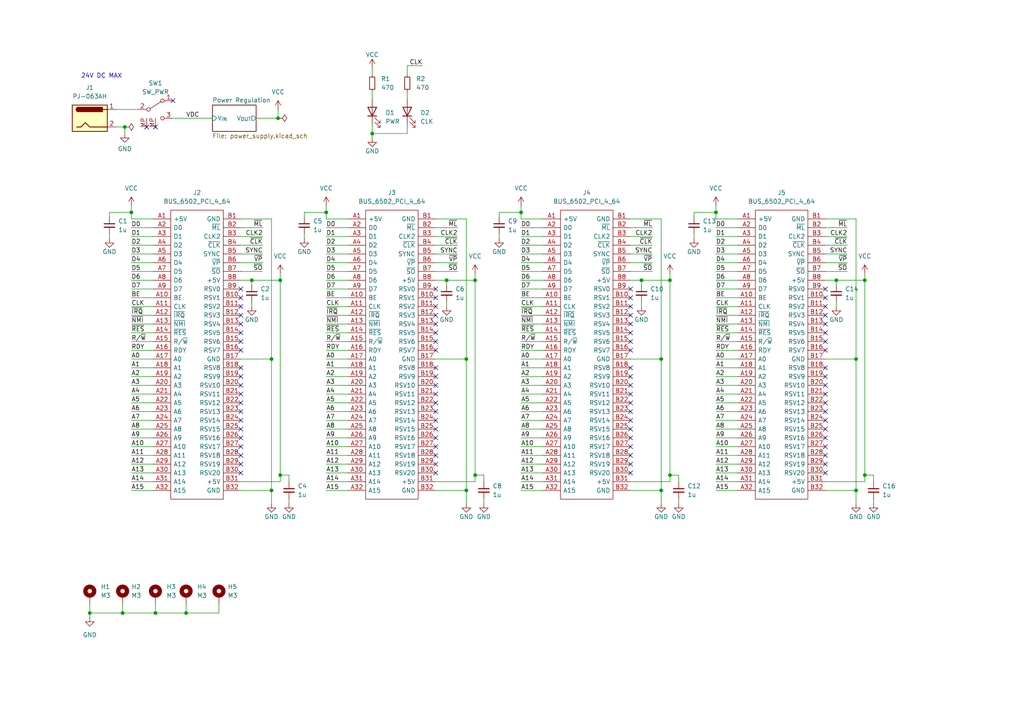
<source format=kicad_sch>
(kicad_sch (version 20211123) (generator eeschema)
  (paper "A4")
  (title_block (title "Eater 6502 - Backplane") (date "2023-02-28") (rev "0") (company "Microcode.io"))
  (lib_symbols
    (symbol "Connector:Jack-DC" (pin_names (offset 1.016))
      (property "Reference" "J" (at 0 5.334 0))
      (property "Value" "Jack-DC" (at 0 -5.08 0))
      (symbol "Jack-DC_1_1"
        (pin passive line (at 7.62 2.54 180) (length 2.54) (name "~") (number "1"))
        (pin passive line (at 7.62 -2.54 180) (length 2.54) (name "~") (number "2"))
      )
    )
    (symbol "Device:C_Small" (pin_numbers hide) (pin_names (offset 0.254) hide)
      (property "Reference" "C" (at 0.254 1.778 0))
      (property "Value" "C_Small" (at 0.254 -2.032 0))
      (symbol "C_Small_1_1"
        (pin passive line (at 0 2.54 270) (length 2.032) (name "~") (number "1"))
        (pin passive line (at 0 -2.54 90) (length 2.032) (name "~") (number "2"))
      )
    )
    (symbol "Device:LED" (pin_numbers hide) (pin_names (offset 1.016) hide)
      (property "Reference" "D" (at 0 2.54 0))
      (property "Value" "LED" (at 0 -2.54 0))
      (symbol "LED_1_1"
        (pin passive line (at -3.81 0 0) (length 2.54) (name "K") (number "1"))
        (pin passive line (at 3.81 0 180) (length 2.54) (name "A") (number "2"))
      )
    )
    (symbol "Device:R_Small" (pin_numbers hide) (pin_names (offset 0.254) hide)
      (property "Reference" "R" (at 0.762 0.508 0))
      (property "Value" "R_Small" (at 0.762 -1.016 0))
      (symbol "R_Small_1_1"
        (pin passive line (at 0 2.54 270) (length 0.762) (name "~") (number "1"))
        (pin passive line (at 0 -2.54 90) (length 0.762) (name "~") (number "2"))
      )
    )
    (symbol "Eater6502_Bus:BUS_6502_PCI_4_64" (pin_names (offset 0.762))
      (property "Reference" "J" (at 21.59 7.62 0))
      (property "Value" "BUS_6502_PCI_4_64" (at 21.59 5.08 0))
      (symbol "BUS_6502_PCI_4_64_0_0"
        (pin power_in line (at 0 0 0) (length 5.08) (name "+5V") (number "A1"))
        (pin bidirectional line (at 0 -22.86 0) (length 5.08) (name "BE") (number "A10"))
        (pin bidirectional line (at 0 -25.4 0) (length 5.08) (name "CLK") (number "A11"))
        (pin bidirectional line (at 0 -27.94 0) (length 5.08) (name "~{IRQ}") (number "A12"))
        (pin bidirectional line (at 0 -30.48 0) (length 5.08) (name "~{NMI}") (number "A13"))
        (pin bidirectional line (at 0 -33.02 0) (length 5.08) (name "~{RES}") (number "A14"))
        (pin bidirectional line (at 0 -35.56 0) (length 5.08) (name "R/~{W}") (number "A15"))
        (pin bidirectional line (at 0 -38.1 0) (length 5.08) (name "RDY") (number "A16"))
        (pin bidirectional line (at 0 -40.64 0) (length 5.08) (name "A0") (number "A17"))
        (pin bidirectional line (at 0 -43.18 0) (length 5.08) (name "A1") (number "A18"))
        (pin bidirectional line (at 0 -45.72 0) (length 5.08) (name "A2") (number "A19"))
        (pin bidirectional line (at 0 -2.54 0) (length 5.08) (name "D0") (number "A2"))
        (pin bidirectional line (at 0 -48.26 0) (length 5.08) (name "A3") (number "A20"))
        (pin bidirectional line (at 0 -50.8 0) (length 5.08) (name "A4") (number "A21"))
        (pin bidirectional line (at 0 -53.34 0) (length 5.08) (name "A5") (number "A22"))
        (pin bidirectional line (at 0 -55.88 0) (length 5.08) (name "A6") (number "A23"))
        (pin bidirectional line (at 0 -58.42 0) (length 5.08) (name "A7") (number "A24"))
        (pin bidirectional line (at 0 -60.96 0) (length 5.08) (name "A8") (number "A25"))
        (pin bidirectional line (at 0 -63.5 0) (length 5.08) (name "A9") (number "A26"))
        (pin bidirectional line (at 0 -66.04 0) (length 5.08) (name "A10") (number "A27"))
        (pin bidirectional line (at 0 -68.58 0) (length 5.08) (name "A11") (number "A28"))
        (pin bidirectional line (at 0 -71.12 0) (length 5.08) (name "A12") (number "A29"))
        (pin bidirectional line (at 0 -5.08 0) (length 5.08) (name "D1") (number "A3"))
        (pin bidirectional line (at 0 -73.66 0) (length 5.08) (name "A13") (number "A30"))
        (pin bidirectional line (at 0 -76.2 0) (length 5.08) (name "A14") (number "A31"))
        (pin bidirectional line (at 0 -78.74 0) (length 5.08) (name "A15") (number "A32"))
        (pin bidirectional line (at 0 -7.62 0) (length 5.08) (name "D2") (number "A4"))
        (pin bidirectional line (at 0 -10.16 0) (length 5.08) (name "D3") (number "A5"))
        (pin bidirectional line (at 0 -12.7 0) (length 5.08) (name "D4") (number "A6"))
        (pin bidirectional line (at 0 -15.24 0) (length 5.08) (name "D5") (number "A7"))
        (pin bidirectional line (at 0 -17.78 0) (length 5.08) (name "D6") (number "A8"))
        (pin bidirectional line (at 0 -20.32 0) (length 5.08) (name "D7") (number "A9"))
        (pin power_in line (at 25.4 0 180) (length 5.08) (name "GND") (number "B1"))
        (pin passive line (at 25.4 -22.86 180) (length 5.08) (name "RSV1") (number "B10"))
        (pin passive line (at 25.4 -25.4 180) (length 5.08) (name "RSV2") (number "B11"))
        (pin passive line (at 25.4 -27.94 180) (length 5.08) (name "RSV3") (number "B12"))
        (pin passive line (at 25.4 -30.48 180) (length 5.08) (name "RSV4") (number "B13"))
        (pin passive line (at 25.4 -33.02 180) (length 5.08) (name "RSV5") (number "B14"))
        (pin passive line (at 25.4 -35.56 180) (length 5.08) (name "RSV6") (number "B15"))
        (pin passive line (at 25.4 -38.1 180) (length 5.08) (name "RSV7") (number "B16"))
        (pin power_in line (at 25.4 -40.64 180) (length 5.08) (name "GND") (number "B17"))
        (pin passive line (at 25.4 -43.18 180) (length 5.08) (name "RSV8") (number "B18"))
        (pin passive line (at 25.4 -45.72 180) (length 5.08) (name "RSV9") (number "B19"))
        (pin bidirectional line (at 25.4 -2.54 180) (length 5.08) (name "~{ML}") (number "B2"))
        (pin passive line (at 25.4 -48.26 180) (length 5.08) (name "RSV10") (number "B20"))
        (pin passive line (at 25.4 -50.8 180) (length 5.08) (name "RSV11") (number "B21"))
        (pin passive line (at 25.4 -53.34 180) (length 5.08) (name "RSV12") (number "B22"))
        (pin passive line (at 25.4 -55.88 180) (length 5.08) (name "RSV13") (number "B23"))
        (pin passive line (at 25.4 -58.42 180) (length 5.08) (name "RSV14") (number "B24"))
        (pin passive line (at 25.4 -60.96 180) (length 5.08) (name "RSV15") (number "B25"))
        (pin passive line (at 25.4 -63.5 180) (length 5.08) (name "RSV16") (number "B26"))
        (pin passive line (at 25.4 -66.04 180) (length 5.08) (name "RSV17") (number "B27"))
        (pin passive line (at 25.4 -68.58 180) (length 5.08) (name "RSV18") (number "B28"))
        (pin passive line (at 25.4 -71.12 180) (length 5.08) (name "RSV19") (number "B29"))
        (pin bidirectional line (at 25.4 -5.08 180) (length 5.08) (name "CLK2") (number "B3"))
        (pin passive line (at 25.4 -73.66 180) (length 5.08) (name "RSV20") (number "B30"))
        (pin power_in line (at 25.4 -76.2 180) (length 5.08) (name "+5V") (number "B31"))
        (pin power_in line (at 25.4 -78.74 180) (length 5.08) (name "GND") (number "B32"))
        (pin bidirectional line (at 25.4 -7.62 180) (length 5.08) (name "~{CLK}") (number "B4"))
        (pin bidirectional line (at 25.4 -10.16 180) (length 5.08) (name "SYNC") (number "B5"))
        (pin bidirectional line (at 25.4 -12.7 180) (length 5.08) (name "~{VP}") (number "B6"))
        (pin bidirectional line (at 25.4 -15.24 180) (length 5.08) (name "~{SO}") (number "B7"))
        (pin power_in line (at 25.4 -17.78 180) (length 5.08) (name "+5V") (number "B8"))
        (pin passive line (at 25.4 -20.32 180) (length 5.08) (name "RSV0") (number "B9"))
      )
    )
    (symbol "Mechanical:MountingHole_Pad" (pin_numbers hide) (pin_names (offset 1.016) hide)
      (property "Reference" "H" (at 0 6.35 0))
      (property "Value" "MountingHole_Pad" (at 0 4.445 0))
      (symbol "MountingHole_Pad_1_1"
        (pin input line (at 0 -2.54 90) (length 2.54) (name "1") (number "1"))
      )
    )
    (symbol "Switch:SW_SPDT" (pin_names (offset 0) hide)
      (property "Reference" "SW1" (at 0 7.62 0))
      (property "Value" "SW_PWR" (at 0 5.08 0))
      (symbol "SW_SPDT_0_0"
        (pin no_connect line (at -2.54 -5.08 90) (length 2.54) (name "MP") (number "MP"))
        (pin no_connect line (at 0 -5.08 90) (length 2.54) (name "MP") (number "MP"))
      )
      (symbol "SW_SPDT_1_1"
        (pin passive line (at 5.08 2.54 180) (length 2.54) (name "A") (number "1"))
        (pin passive line (at -5.08 0 0) (length 2.54) (name "B") (number "2"))
        (pin passive line (at 5.08 -2.54 180) (length 2.54) (name "C") (number "3"))
      )
    )
    (symbol "power:GND" (power) (pin_names (offset 0))
      (property "Value" "GND" (at 0 -3.81 0))
      (symbol "GND_1_1"
        (pin power_in line (at 0 0 270) (length 0) hide (name "GND") (number "1"))
      )
    )
    (symbol "power:PWR_FLAG" (power) (pin_numbers hide) (pin_names (offset 0) hide)
      (property "Value" "PWR_FLAG" (at 0 3.81 0))
      (symbol "PWR_FLAG_0_0"
        (pin power_out line (at 0 0 90) (length 0) (name "pwr") (number "1"))
      )
    )
    (symbol "power:VCC" (power) (pin_names (offset 0))
      (property "Value" "VCC" (at 0 3.81 0))
      (symbol "VCC_1_1"
        (pin power_in line (at 0 0 90) (length 0) hide (name "VCC") (number "1"))
      )
    )
  )
  (junction (at 107.95 38.735))
  (junction (at 194.31 81.28))
  (junction (at 26.035 177.8))
  (junction (at 135.255 142.24))
  (junction (at 35.56 177.8))
  (junction (at 207.645 61.595))
  (junction (at 80.645 34.29))
  (junction (at 191.77 104.14))
  (junction (at 191.77 142.24))
  (junction (at 250.825 137.795))
  (junction (at 81.28 81.28))
  (junction (at 38.1 61.595))
  (junction (at 36.195 36.83))
  (junction (at 53.975 177.8))
  (junction (at 248.285 104.14))
  (junction (at 151.13 61.595))
  (junction (at 73.025 81.28))
  (junction (at 137.795 81.28))
  (junction (at 81.28 137.795))
  (junction (at 186.055 81.28))
  (junction (at 78.74 142.24))
  (junction (at 129.54 81.28))
  (junction (at 94.615 61.595))
  (junction (at 78.74 104.14))
  (junction (at 194.31 137.795))
  (junction (at 250.825 81.28))
  (junction (at 248.285 142.24))
  (junction (at 242.57 81.28))
  (junction (at 45.085 177.8))
  (junction (at 135.255 104.14))
  (junction (at 137.795 137.795))
  (no_connect (at 126.365 99.06))
  (no_connect (at 239.395 114.3))
  (no_connect (at 69.85 111.76))
  (no_connect (at 239.395 88.9))
  (no_connect (at 182.88 116.84))
  (no_connect (at 126.365 88.9))
  (no_connect (at 69.85 116.84))
  (no_connect (at 239.395 127))
  (no_connect (at 239.395 134.62))
  (no_connect (at 239.395 116.84))
  (no_connect (at 69.85 109.22))
  (no_connect (at 126.365 111.76))
  (no_connect (at 126.365 137.16))
  (no_connect (at 69.85 101.6))
  (no_connect (at 50.165 29.21))
  (no_connect (at 182.88 127))
  (no_connect (at 182.88 101.6))
  (no_connect (at 239.395 91.44))
  (no_connect (at 69.85 129.54))
  (no_connect (at 126.365 134.62))
  (no_connect (at 126.365 121.92))
  (no_connect (at 69.85 86.36))
  (no_connect (at 239.395 137.16))
  (no_connect (at 182.88 134.62))
  (no_connect (at 182.88 99.06))
  (no_connect (at 239.395 109.22))
  (no_connect (at 126.365 93.98))
  (no_connect (at 69.85 124.46))
  (no_connect (at 126.365 109.22))
  (no_connect (at 239.395 106.68))
  (no_connect (at 182.88 106.68))
  (no_connect (at 126.365 106.68))
  (no_connect (at 182.88 119.38))
  (no_connect (at 182.88 129.54))
  (no_connect (at 126.365 114.3))
  (no_connect (at 69.85 93.98))
  (no_connect (at 239.395 83.82))
  (no_connect (at 182.88 91.44))
  (no_connect (at 126.365 86.36))
  (no_connect (at 126.365 132.08))
  (no_connect (at 239.395 111.76))
  (no_connect (at 239.395 93.98))
  (no_connect (at 182.88 132.08))
  (no_connect (at 126.365 127))
  (no_connect (at 69.85 99.06))
  (no_connect (at 69.85 88.9))
  (no_connect (at 69.85 134.62))
  (no_connect (at 69.85 106.68))
  (no_connect (at 69.85 114.3))
  (no_connect (at 182.88 96.52))
  (no_connect (at 182.88 109.22))
  (no_connect (at 239.395 119.38))
  (no_connect (at 126.365 83.82))
  (no_connect (at 69.85 127))
  (no_connect (at 126.365 91.44))
  (no_connect (at 182.88 124.46))
  (no_connect (at 239.395 86.36))
  (no_connect (at 182.88 88.9))
  (no_connect (at 239.395 99.06))
  (no_connect (at 239.395 124.46))
  (no_connect (at 69.85 91.44))
  (no_connect (at 182.88 93.98))
  (no_connect (at 182.88 137.16))
  (no_connect (at 239.395 132.08))
  (no_connect (at 182.88 86.36))
  (no_connect (at 45.085 36.83))
  (no_connect (at 69.85 83.82))
  (no_connect (at 182.88 114.3))
  (no_connect (at 69.85 121.92))
  (no_connect (at 126.365 124.46))
  (no_connect (at 69.85 137.16))
  (no_connect (at 239.395 101.6))
  (no_connect (at 126.365 129.54))
  (no_connect (at 69.85 132.08))
  (no_connect (at 182.88 121.92))
  (no_connect (at 42.545 36.83))
  (no_connect (at 126.365 116.84))
  (no_connect (at 239.395 96.52))
  (no_connect (at 126.365 96.52))
  (no_connect (at 126.365 101.6))
  (no_connect (at 239.395 121.92))
  (no_connect (at 182.88 83.82))
  (no_connect (at 182.88 111.76))
  (no_connect (at 69.85 96.52))
  (no_connect (at 69.85 119.38))
  (no_connect (at 239.395 129.54))
  (no_connect (at 126.365 119.38))
  (wire (pts (xy 35.56 177.8) (xy 26.035 177.8)))
  (wire (pts (xy 94.615 93.98) (xy 100.965 93.98)))
  (wire (pts (xy 38.1 119.38) (xy 44.45 119.38)))
  (wire (pts (xy 207.645 99.06) (xy 213.995 99.06)))
  (wire (pts (xy 81.28 81.28) (xy 81.28 137.795)))
  (wire (pts (xy 135.255 142.24) (xy 135.255 146.05)))
  (wire (pts (xy 207.645 88.9) (xy 213.995 88.9)))
  (wire (pts (xy 151.13 124.46) (xy 157.48 124.46)))
  (wire (pts (xy 242.57 81.28) (xy 250.825 81.28)))
  (wire (pts (xy 151.13 109.22) (xy 157.48 109.22)))
  (wire (pts (xy 38.1 134.62) (xy 44.45 134.62)))
  (wire (pts (xy 239.395 71.12) (xy 245.745 71.12)))
  (wire (pts (xy 186.055 81.28) (xy 186.055 82.55)))
  (wire (pts (xy 38.1 76.2) (xy 44.45 76.2)))
  (wire (pts (xy 126.365 81.28) (xy 129.54 81.28)))
  (wire (pts (xy 69.85 68.58) (xy 76.2 68.58)))
  (wire (pts (xy 182.88 73.66) (xy 189.23 73.66)))
  (wire (pts (xy 69.85 78.74) (xy 76.2 78.74)))
  (wire (pts (xy 38.1 96.52) (xy 44.45 96.52)))
  (wire (pts (xy 63.5 175.26) (xy 63.5 177.8)))
  (wire (pts (xy 239.395 81.28) (xy 242.57 81.28)))
  (wire (pts (xy 38.1 81.28) (xy 44.45 81.28)))
  (wire (pts (xy 31.75 62.865) (xy 31.75 61.595)))
  (wire (pts (xy 201.295 67.945) (xy 201.295 69.215)))
  (wire (pts (xy 151.13 59.69) (xy 151.13 61.595)))
  (wire (pts (xy 144.78 61.595) (xy 151.13 61.595)))
  (wire (pts (xy 94.615 142.24) (xy 100.965 142.24)))
  (wire (pts (xy 207.645 68.58) (xy 213.995 68.58)))
  (wire (pts (xy 151.13 99.06) (xy 157.48 99.06)))
  (wire (pts (xy 207.645 61.595) (xy 207.645 63.5)))
  (wire (pts (xy 38.1 114.3) (xy 44.45 114.3)))
  (wire (pts (xy 151.13 63.5) (xy 157.48 63.5)))
  (wire (pts (xy 38.1 142.24) (xy 44.45 142.24)))
  (wire (pts (xy 38.1 83.82) (xy 44.45 83.82)))
  (wire (pts (xy 126.365 139.7) (xy 137.795 139.7)))
  (wire (pts (xy 94.615 78.74) (xy 100.965 78.74)))
  (wire (pts (xy 248.285 142.24) (xy 248.285 146.05)))
  (wire (pts (xy 73.025 87.63) (xy 73.025 88.9)))
  (wire (pts (xy 151.13 111.76) (xy 157.48 111.76)))
  (wire (pts (xy 94.615 129.54) (xy 100.965 129.54)))
  (wire (pts (xy 144.78 62.865) (xy 144.78 61.595)))
  (wire (pts (xy 242.57 81.28) (xy 242.57 82.55)))
  (wire (pts (xy 207.645 109.22) (xy 213.995 109.22)))
  (wire (pts (xy 69.85 66.04) (xy 76.2 66.04)))
  (wire (pts (xy 126.365 104.14) (xy 135.255 104.14)))
  (wire (pts (xy 182.88 81.28) (xy 186.055 81.28)))
  (wire (pts (xy 107.95 26.67) (xy 107.95 28.575)))
  (wire (pts (xy 140.335 137.795) (xy 137.795 137.795)))
  (wire (pts (xy 151.13 61.595) (xy 151.13 63.5)))
  (wire (pts (xy 182.88 142.24) (xy 191.77 142.24)))
  (wire (pts (xy 45.085 175.26) (xy 45.085 177.8)))
  (wire (pts (xy 69.85 81.28) (xy 73.025 81.28)))
  (wire (pts (xy 94.615 91.44) (xy 100.965 91.44)))
  (wire (pts (xy 182.88 78.74) (xy 189.23 78.74)))
  (wire (pts (xy 207.645 73.66) (xy 213.995 73.66)))
  (wire (pts (xy 38.1 78.74) (xy 44.45 78.74)))
  (wire (pts (xy 83.82 137.795) (xy 81.28 137.795)))
  (wire (pts (xy 239.395 66.04) (xy 245.745 66.04)))
  (wire (pts (xy 207.645 114.3) (xy 213.995 114.3)))
  (wire (pts (xy 73.025 81.28) (xy 73.025 82.55)))
  (wire (pts (xy 129.54 87.63) (xy 129.54 88.9)))
  (wire (pts (xy 151.13 104.14) (xy 157.48 104.14)))
  (wire (pts (xy 151.13 66.04) (xy 157.48 66.04)))
  (wire (pts (xy 207.645 137.16) (xy 213.995 137.16)))
  (wire (pts (xy 126.365 78.74) (xy 132.715 78.74)))
  (wire (pts (xy 253.365 137.795) (xy 250.825 137.795)))
  (wire (pts (xy 126.365 71.12) (xy 132.715 71.12)))
  (wire (pts (xy 239.395 73.66) (xy 245.745 73.66)))
  (wire (pts (xy 94.615 73.66) (xy 100.965 73.66)))
  (wire (pts (xy 45.085 177.8) (xy 35.56 177.8)))
  (wire (pts (xy 151.13 101.6) (xy 157.48 101.6)))
  (wire (pts (xy 81.28 137.795) (xy 81.28 139.7)))
  (wire (pts (xy 129.54 81.28) (xy 129.54 82.55)))
  (wire (pts (xy 38.1 104.14) (xy 44.45 104.14)))
  (wire (pts (xy 207.645 121.92) (xy 213.995 121.92)))
  (wire (pts (xy 83.82 144.78) (xy 83.82 146.05)))
  (wire (pts (xy 69.85 63.5) (xy 78.74 63.5)))
  (wire (pts (xy 126.365 68.58) (xy 132.715 68.58)))
  (wire (pts (xy 94.615 88.9) (xy 100.965 88.9)))
  (wire (pts (xy 207.645 106.68) (xy 213.995 106.68)))
  (wire (pts (xy 144.78 67.945) (xy 144.78 69.215)))
  (wire (pts (xy 196.85 137.795) (xy 194.31 137.795)))
  (wire (pts (xy 88.265 67.945) (xy 88.265 69.215)))
  (wire (pts (xy 38.1 127) (xy 44.45 127)))
  (wire (pts (xy 151.13 119.38) (xy 157.48 119.38)))
  (wire (pts (xy 194.31 137.795) (xy 194.31 139.7)))
  (wire (pts (xy 38.1 68.58) (xy 44.45 68.58)))
  (wire (pts (xy 207.645 93.98) (xy 213.995 93.98)))
  (wire (pts (xy 151.13 127) (xy 157.48 127)))
  (wire (pts (xy 126.365 73.66) (xy 132.715 73.66)))
  (wire (pts (xy 129.54 81.28) (xy 137.795 81.28)))
  (wire (pts (xy 38.1 109.22) (xy 44.45 109.22)))
  (wire (pts (xy 38.1 116.84) (xy 44.45 116.84)))
  (wire (pts (xy 248.285 63.5) (xy 248.285 104.14)))
  (wire (pts (xy 207.645 86.36) (xy 213.995 86.36)))
  (wire (pts (xy 94.615 68.58) (xy 100.965 68.58)))
  (wire (pts (xy 151.13 76.2) (xy 157.48 76.2)))
  (wire (pts (xy 186.055 81.28) (xy 194.31 81.28)))
  (wire (pts (xy 38.1 59.69) (xy 38.1 61.595)))
  (wire (pts (xy 35.56 175.26) (xy 35.56 177.8)))
  (wire (pts (xy 207.645 63.5) (xy 213.995 63.5)))
  (wire (pts (xy 151.13 71.12) (xy 157.48 71.12)))
  (wire (pts (xy 94.615 116.84) (xy 100.965 116.84)))
  (wire (pts (xy 94.615 139.7) (xy 100.965 139.7)))
  (wire (pts (xy 33.655 31.75) (xy 40.005 31.75)))
  (wire (pts (xy 94.615 104.14) (xy 100.965 104.14)))
  (wire (pts (xy 151.13 129.54) (xy 157.48 129.54)))
  (wire (pts (xy 207.645 134.62) (xy 213.995 134.62)))
  (wire (pts (xy 207.645 127) (xy 213.995 127)))
  (wire (pts (xy 31.75 67.945) (xy 31.75 69.215)))
  (wire (pts (xy 94.615 134.62) (xy 100.965 134.62)))
  (wire (pts (xy 53.975 175.26) (xy 53.975 177.8)))
  (wire (pts (xy 191.77 63.5) (xy 191.77 104.14)))
  (wire (pts (xy 207.645 78.74) (xy 213.995 78.74)))
  (wire (pts (xy 126.365 63.5) (xy 135.255 63.5)))
  (wire (pts (xy 182.88 139.7) (xy 194.31 139.7)))
  (wire (pts (xy 151.13 96.52) (xy 157.48 96.52)))
  (wire (pts (xy 118.11 19.05) (xy 122.555 19.05)))
  (wire (pts (xy 94.615 59.69) (xy 94.615 61.595)))
  (wire (pts (xy 38.1 61.595) (xy 38.1 63.5)))
  (wire (pts (xy 248.285 104.14) (xy 248.285 142.24)))
  (wire (pts (xy 94.615 106.68) (xy 100.965 106.68)))
  (wire (pts (xy 194.31 79.375) (xy 194.31 81.28)))
  (wire (pts (xy 207.645 111.76) (xy 213.995 111.76)))
  (wire (pts (xy 201.295 61.595) (xy 207.645 61.595)))
  (wire (pts (xy 94.615 114.3) (xy 100.965 114.3)))
  (wire (pts (xy 151.13 116.84) (xy 157.48 116.84)))
  (wire (pts (xy 94.615 96.52) (xy 100.965 96.52)))
  (wire (pts (xy 94.615 83.82) (xy 100.965 83.82)))
  (wire (pts (xy 151.13 88.9) (xy 157.48 88.9)))
  (wire (pts (xy 38.1 111.76) (xy 44.45 111.76)))
  (wire (pts (xy 151.13 142.24) (xy 157.48 142.24)))
  (wire (pts (xy 250.825 81.28) (xy 250.825 137.795)))
  (wire (pts (xy 53.975 177.8) (xy 45.085 177.8)))
  (wire (pts (xy 207.645 101.6) (xy 213.995 101.6)))
  (wire (pts (xy 239.395 142.24) (xy 248.285 142.24)))
  (wire (pts (xy 250.825 137.795) (xy 250.825 139.7)))
  (wire (pts (xy 94.615 81.28) (xy 100.965 81.28)))
  (wire (pts (xy 107.95 19.685) (xy 107.95 21.59)))
  (wire (pts (xy 69.85 71.12) (xy 76.2 71.12)))
  (wire (pts (xy 207.645 59.69) (xy 207.645 61.595)))
  (wire (pts (xy 94.615 137.16) (xy 100.965 137.16)))
  (wire (pts (xy 151.13 83.82) (xy 157.48 83.82)))
  (wire (pts (xy 151.13 132.08) (xy 157.48 132.08)))
  (wire (pts (xy 80.645 34.29) (xy 80.645 31.75)))
  (wire (pts (xy 78.74 63.5) (xy 78.74 104.14)))
  (wire (pts (xy 126.365 66.04) (xy 132.715 66.04)))
  (wire (pts (xy 118.11 38.735) (xy 107.95 38.735)))
  (wire (pts (xy 140.335 139.7) (xy 140.335 137.795)))
  (wire (pts (xy 94.615 119.38) (xy 100.965 119.38)))
  (wire (pts (xy 38.1 93.98) (xy 44.45 93.98)))
  (wire (pts (xy 207.645 71.12) (xy 213.995 71.12)))
  (wire (pts (xy 207.645 142.24) (xy 213.995 142.24)))
  (wire (pts (xy 26.035 177.8) (xy 26.035 179.07)))
  (wire (pts (xy 69.85 73.66) (xy 76.2 73.66)))
  (wire (pts (xy 151.13 91.44) (xy 157.48 91.44)))
  (wire (pts (xy 126.365 76.2) (xy 132.715 76.2)))
  (wire (pts (xy 182.88 68.58) (xy 189.23 68.58)))
  (wire (pts (xy 38.1 137.16) (xy 44.45 137.16)))
  (wire (pts (xy 94.615 101.6) (xy 100.965 101.6)))
  (wire (pts (xy 151.13 114.3) (xy 157.48 114.3)))
  (wire (pts (xy 207.645 124.46) (xy 213.995 124.46)))
  (wire (pts (xy 94.615 124.46) (xy 100.965 124.46)))
  (wire (pts (xy 207.645 66.04) (xy 213.995 66.04)))
  (wire (pts (xy 38.1 124.46) (xy 44.45 124.46)))
  (wire (pts (xy 239.395 104.14) (xy 248.285 104.14)))
  (wire (pts (xy 207.645 83.82) (xy 213.995 83.82)))
  (wire (pts (xy 74.295 34.29) (xy 80.645 34.29)))
  (wire (pts (xy 201.295 62.865) (xy 201.295 61.595)))
  (wire (pts (xy 33.655 36.83) (xy 36.195 36.83)))
  (wire (pts (xy 88.265 61.595) (xy 94.615 61.595)))
  (wire (pts (xy 207.645 119.38) (xy 213.995 119.38)))
  (wire (pts (xy 151.13 68.58) (xy 157.48 68.58)))
  (wire (pts (xy 118.11 21.59) (xy 118.11 19.05)))
  (wire (pts (xy 151.13 93.98) (xy 157.48 93.98)))
  (wire (pts (xy 137.795 137.795) (xy 137.795 139.7)))
  (wire (pts (xy 38.1 71.12) (xy 44.45 71.12)))
  (wire (pts (xy 151.13 73.66) (xy 157.48 73.66)))
  (wire (pts (xy 239.395 78.74) (xy 245.745 78.74)))
  (wire (pts (xy 253.365 144.78) (xy 253.365 146.05)))
  (wire (pts (xy 94.615 71.12) (xy 100.965 71.12)))
  (wire (pts (xy 94.615 109.22) (xy 100.965 109.22)))
  (wire (pts (xy 81.28 79.375) (xy 81.28 81.28)))
  (wire (pts (xy 242.57 87.63) (xy 242.57 88.9)))
  (wire (pts (xy 191.77 104.14) (xy 191.77 142.24)))
  (wire (pts (xy 78.74 104.14) (xy 78.74 142.24)))
  (wire (pts (xy 94.615 111.76) (xy 100.965 111.76)))
  (wire (pts (xy 135.255 63.5) (xy 135.255 104.14)))
  (wire (pts (xy 69.85 139.7) (xy 81.28 139.7)))
  (wire (pts (xy 151.13 106.68) (xy 157.48 106.68)))
  (wire (pts (xy 137.795 79.375) (xy 137.795 81.28)))
  (wire (pts (xy 191.77 142.24) (xy 191.77 146.05)))
  (wire (pts (xy 239.395 68.58) (xy 245.745 68.58)))
  (wire (pts (xy 31.75 61.595) (xy 38.1 61.595)))
  (wire (pts (xy 38.1 121.92) (xy 44.45 121.92)))
  (wire (pts (xy 94.615 66.04) (xy 100.965 66.04)))
  (wire (pts (xy 207.645 129.54) (xy 213.995 129.54)))
  (wire (pts (xy 118.11 36.195) (xy 118.11 38.735)))
  (wire (pts (xy 94.615 99.06) (xy 100.965 99.06)))
  (wire (pts (xy 107.95 38.735) (xy 107.95 40.005)))
  (wire (pts (xy 94.615 61.595) (xy 94.615 63.5)))
  (wire (pts (xy 38.1 91.44) (xy 44.45 91.44)))
  (wire (pts (xy 38.1 66.04) (xy 44.45 66.04)))
  (wire (pts (xy 182.88 76.2) (xy 189.23 76.2)))
  (wire (pts (xy 94.615 127) (xy 100.965 127)))
  (wire (pts (xy 151.13 139.7) (xy 157.48 139.7)))
  (wire (pts (xy 207.645 91.44) (xy 213.995 91.44)))
  (wire (pts (xy 63.5 177.8) (xy 53.975 177.8)))
  (wire (pts (xy 239.395 76.2) (xy 245.745 76.2)))
  (wire (pts (xy 151.13 81.28) (xy 157.48 81.28)))
  (wire (pts (xy 207.645 116.84) (xy 213.995 116.84)))
  (wire (pts (xy 207.645 81.28) (xy 213.995 81.28)))
  (wire (pts (xy 182.88 66.04) (xy 189.23 66.04)))
  (wire (pts (xy 140.335 144.78) (xy 140.335 146.05)))
  (wire (pts (xy 38.1 132.08) (xy 44.45 132.08)))
  (wire (pts (xy 88.265 62.865) (xy 88.265 61.595)))
  (wire (pts (xy 94.615 63.5) (xy 100.965 63.5)))
  (wire (pts (xy 118.11 26.67) (xy 118.11 28.575)))
  (wire (pts (xy 137.795 81.28) (xy 137.795 137.795)))
  (wire (pts (xy 135.255 104.14) (xy 135.255 142.24)))
  (wire (pts (xy 38.1 139.7) (xy 44.45 139.7)))
  (wire (pts (xy 151.13 86.36) (xy 157.48 86.36)))
  (wire (pts (xy 196.85 139.7) (xy 196.85 137.795)))
  (wire (pts (xy 38.1 106.68) (xy 44.45 106.68)))
  (wire (pts (xy 94.615 121.92) (xy 100.965 121.92)))
  (wire (pts (xy 69.85 142.24) (xy 78.74 142.24)))
  (wire (pts (xy 253.365 139.7) (xy 253.365 137.795)))
  (wire (pts (xy 126.365 142.24) (xy 135.255 142.24)))
  (wire (pts (xy 207.645 104.14) (xy 213.995 104.14)))
  (wire (pts (xy 239.395 63.5) (xy 248.285 63.5)))
  (wire (pts (xy 182.88 71.12) (xy 189.23 71.12)))
  (wire (pts (xy 69.85 76.2) (xy 76.2 76.2)))
  (wire (pts (xy 38.1 73.66) (xy 44.45 73.66)))
  (wire (pts (xy 38.1 101.6) (xy 44.45 101.6)))
  (wire (pts (xy 69.85 104.14) (xy 78.74 104.14)))
  (wire (pts (xy 151.13 137.16) (xy 157.48 137.16)))
  (wire (pts (xy 38.1 86.36) (xy 44.45 86.36)))
  (wire (pts (xy 36.195 36.83) (xy 36.195 38.735)))
  (wire (pts (xy 50.165 34.29) (xy 61.595 34.29)))
  (wire (pts (xy 38.1 88.9) (xy 44.45 88.9)))
  (wire (pts (xy 94.615 132.08) (xy 100.965 132.08)))
  (wire (pts (xy 186.055 87.63) (xy 186.055 88.9)))
  (wire (pts (xy 196.85 144.78) (xy 196.85 146.05)))
  (wire (pts (xy 182.88 104.14) (xy 191.77 104.14)))
  (wire (pts (xy 38.1 129.54) (xy 44.45 129.54)))
  (wire (pts (xy 194.31 81.28) (xy 194.31 137.795)))
  (wire (pts (xy 151.13 134.62) (xy 157.48 134.62)))
  (wire (pts (xy 239.395 139.7) (xy 250.825 139.7)))
  (wire (pts (xy 207.645 132.08) (xy 213.995 132.08)))
  (wire (pts (xy 78.74 142.24) (xy 78.74 146.05)))
  (wire (pts (xy 207.645 76.2) (xy 213.995 76.2)))
  (wire (pts (xy 182.88 63.5) (xy 191.77 63.5)))
  (wire (pts (xy 107.95 36.195) (xy 107.95 38.735)))
  (wire (pts (xy 94.615 76.2) (xy 100.965 76.2)))
  (wire (pts (xy 151.13 121.92) (xy 157.48 121.92)))
  (wire (pts (xy 151.13 78.74) (xy 157.48 78.74)))
  (wire (pts (xy 73.025 81.28) (xy 81.28 81.28)))
  (wire (pts (xy 250.825 79.375) (xy 250.825 81.28)))
  (wire (pts (xy 207.645 139.7) (xy 213.995 139.7)))
  (wire (pts (xy 207.645 96.52) (xy 213.995 96.52)))
  (wire (pts (xy 26.035 175.26) (xy 26.035 177.8)))
  (wire (pts (xy 94.615 86.36) (xy 100.965 86.36)))
  (wire (pts (xy 83.82 139.7) (xy 83.82 137.795)))
  (wire (pts (xy 38.1 63.5) (xy 44.45 63.5)))
  (wire (pts (xy 38.1 99.06) (xy 44.45 99.06)))
  (text "24V DC MAX" (at 23.495 22.86 0) (effects (font (size 1.27 1.27)) (justify left bottom)))
  (label "R{slash}~{W}" (at 151.13 99.06 0))
  (label "A12" (at 207.645 134.62 0))
  (label "~{SO}" (at 189.23 78.74 180))
  (label "A4" (at 94.615 114.3 0))
  (label "A13" (at 151.13 137.16 0))
  (label "D5" (at 94.615 78.74 0))
  (label "A3" (at 94.615 111.76 0))
  (label "A7" (at 94.615 121.92 0))
  (label "A5" (at 38.1 116.84 0))
  (label "A2" (at 151.13 109.22 0))
  (label "CLK" (at 151.13 88.9 0))
  (label "D7" (at 38.1 83.82 0))
  (label "A10" (at 38.1 129.54 0))
  (label "A7" (at 207.645 121.92 0))
  (label "A13" (at 94.615 137.16 0))
  (label "A0" (at 38.1 104.14 0))
  (label "CLK2" (at 76.2 68.58 180))
  (label "A8" (at 151.13 124.46 0))
  (label "R{slash}~{W}" (at 94.615 99.06 0))
  (label "~{CLK}" (at 132.715 71.12 180))
  (label "~{RES}" (at 207.645 96.52 0))
  (label "A10" (at 207.645 129.54 0))
  (label "A3" (at 207.645 111.76 0))
  (label "~{SO}" (at 245.745 78.74 180))
  (label "D3" (at 38.1 73.66 0))
  (label "A0" (at 94.615 104.14 0))
  (label "SYNC" (at 189.23 73.66 180))
  (label "D1" (at 207.645 68.58 0))
  (label "~{NMI}" (at 94.615 93.98 0))
  (label "A11" (at 38.1 132.08 0))
  (label "D4" (at 38.1 76.2 0))
  (label "A12" (at 94.615 134.62 0))
  (label "A8" (at 38.1 124.46 0))
  (label "A2" (at 94.615 109.22 0))
  (label "R{slash}~{W}" (at 38.1 99.06 0))
  (label "D7" (at 151.13 83.82 0))
  (label "D2" (at 38.1 71.12 0))
  (label "~{VP}" (at 189.23 76.2 180))
  (label "CLK2" (at 132.715 68.58 180))
  (label "~{SO}" (at 132.715 78.74 180))
  (label "A9" (at 38.1 127 0))
  (label "~{RES}" (at 151.13 96.52 0))
  (label "D1" (at 151.13 68.58 0))
  (label "D1" (at 38.1 68.58 0))
  (label "A11" (at 94.615 132.08 0))
  (label "D0" (at 151.13 66.04 0))
  (label "~{ML}" (at 132.715 66.04 180))
  (label "BE" (at 38.1 86.36 0))
  (label "D6" (at 207.645 81.28 0))
  (label "A6" (at 151.13 119.38 0))
  (label "~{NMI}" (at 151.13 93.98 0))
  (label "CLK2" (at 245.745 68.58 180))
  (label "D0" (at 38.1 66.04 0))
  (label "D6" (at 151.13 81.28 0))
  (label "A4" (at 151.13 114.3 0))
  (label "A7" (at 38.1 121.92 0))
  (label "A4" (at 38.1 114.3 0))
  (label "A11" (at 207.645 132.08 0))
  (label "CLK" (at 38.1 88.9 0))
  (label "A7" (at 151.13 121.92 0))
  (label "A0" (at 207.645 104.14 0))
  (label "~{SO}" (at 76.2 78.74 180))
  (label "A13" (at 38.1 137.16 0))
  (label "~{ML}" (at 189.23 66.04 180))
  (label "D3" (at 94.615 73.66 0))
  (label "D4" (at 207.645 76.2 0))
  (label "A10" (at 151.13 129.54 0))
  (label "A15" (at 38.1 142.24 0))
  (label "D1" (at 94.615 68.58 0))
  (label "A15" (at 151.13 142.24 0))
  (label "A1" (at 94.615 106.68 0))
  (label "D5" (at 151.13 78.74 0))
  (label "CLK" (at 94.615 88.9 0))
  (label "A2" (at 207.645 109.22 0))
  (label "D5" (at 207.645 78.74 0))
  (label "D0" (at 207.645 66.04 0))
  (label "D6" (at 94.615 81.28 0))
  (label "~{ML}" (at 76.2 66.04 180))
  (label "A14" (at 207.645 139.7 0))
  (label "A6" (at 38.1 119.38 0))
  (label "A9" (at 151.13 127 0))
  (label "A9" (at 94.615 127 0))
  (label "A10" (at 94.615 129.54 0))
  (label "~{VP}" (at 132.715 76.2 180))
  (label "RDY" (at 207.645 101.6 0))
  (label "A0" (at 151.13 104.14 0))
  (label "A13" (at 207.645 137.16 0))
  (label "~{NMI}" (at 38.1 93.98 0))
  (label "D2" (at 207.645 71.12 0))
  (label "A11" (at 151.13 132.08 0))
  (label "D3" (at 151.13 73.66 0))
  (label "A15" (at 94.615 142.24 0))
  (label "BE" (at 94.615 86.36 0))
  (label "SYNC" (at 245.745 73.66 180))
  (label "D4" (at 94.615 76.2 0))
  (label "A3" (at 38.1 111.76 0))
  (label "~{CLK}" (at 245.745 71.12 180))
  (label "A5" (at 151.13 116.84 0))
  (label "~{NMI}" (at 207.645 93.98 0))
  (label "A8" (at 207.645 124.46 0))
  (label "~{IRQ}" (at 151.13 91.44 0))
  (label "~{CLK}" (at 189.23 71.12 180))
  (label "R{slash}~{W}" (at 207.645 99.06 0))
  (label "A6" (at 94.615 119.38 0))
  (label "D7" (at 94.615 83.82 0))
  (label "~{IRQ}" (at 94.615 91.44 0))
  (label "~{RES}" (at 38.1 96.52 0))
  (label "VDC" (at 53.975 34.29 0))
  (label "D7" (at 207.645 83.82 0))
  (label "CLK" (at 207.645 88.9 0))
  (label "A1" (at 38.1 106.68 0))
  (label "A4" (at 207.645 114.3 0))
  (label "A5" (at 94.615 116.84 0))
  (label "A5" (at 207.645 116.84 0))
  (label "SYNC" (at 76.2 73.66 180))
  (label "BE" (at 207.645 86.36 0))
  (label "A12" (at 38.1 134.62 0))
  (label "A12" (at 151.13 134.62 0))
  (label "A14" (at 151.13 139.7 0))
  (label "CLK" (at 122.555 19.05 180))
  (label "D2" (at 151.13 71.12 0))
  (label "A1" (at 151.13 106.68 0))
  (label "A9" (at 207.645 127 0))
  (label "RDY" (at 38.1 101.6 0))
  (label "RDY" (at 151.13 101.6 0))
  (label "CLK2" (at 189.23 68.58 180))
  (label "~{VP}" (at 76.2 76.2 180))
  (label "~{CLK}" (at 76.2 71.12 180))
  (label "BE" (at 151.13 86.36 0))
  (label "D3" (at 207.645 73.66 0))
  (label "~{VP}" (at 245.745 76.2 180))
  (label "D0" (at 94.615 66.04 0))
  (label "A6" (at 207.645 119.38 0))
  (label "A1" (at 207.645 106.68 0))
  (label "D4" (at 151.13 76.2 0))
  (label "D2" (at 94.615 71.12 0))
  (label "~{RES}" (at 94.615 96.52 0))
  (label "A14" (at 94.615 139.7 0))
  (label "A8" (at 94.615 124.46 0))
  (label "~{IRQ}" (at 207.645 91.44 0))
  (label "RDY" (at 94.615 101.6 0))
  (label "~{IRQ}" (at 38.1 91.44 0))
  (label "A3" (at 151.13 111.76 0))
  (label "A15" (at 207.645 142.24 0))
  (label "SYNC" (at 132.715 73.66 180))
  (label "A2" (at 38.1 109.22 0))
  (label "~{ML}" (at 245.745 66.04 180))
  (label "A14" (at 38.1 139.7 0))
  (label "D6" (at 38.1 81.28 0))
  (label "D5" (at 38.1 78.74 0))
  (symbol (lib_id "Eater6502_Bus:BUS_6502_PCI_4_64") (at 44.45 63.5 0) (unit 1)
    (property "Reference" "J2" (at 57.15 55.88 0))
    (property "Value" "BUS_6502_PCI_4_64" (at 57.15 58.42 0))
    (property "Footprint" "6502_Library:877159100 PCIe x4" (effects hide))
    (property "Datasheet" "https://www.molex.com/pdm_docs/sd/877159100_sd.pdf" (effects hide))
    (property "Description" "PCI Express / PCI Connectors PCI Express EdgeCard 64ckt Ny46 Blk PhBr" (effects hide))
    (property "Height" "11.25" (effects hide))
    (property "Mouser Part Number" "538-87715-9100" (effects hide))
    (property "Mouser Price/Stock" "https://www.mouser.co.uk/ProductDetail/Molex/87715-9100?qs=Yt4guSsLbcr98%252BLJODnyUQ%3D%3D" (effects hide))
    (property "Manufacturer_Name" "Molex" (effects hide))
    (property "Manufacturer_Part_Number" "87715-9100" (effects hide))
    (property "Supplier" "Mouser" (effects hide))
  )
  (symbol (lib_id "power:GND") (at 78.74 146.05 0) (unit 1)
    (property "Reference" "#PWR05" (effects hide))
    (property "Value" "GND" (at 78.74 149.86 0))
  )
  (symbol (lib_id "power:GND") (at 253.365 146.05 0) (unit 1)
    (property "Reference" "#PWR028" (effects hide))
    (property "Value" "GND" (at 253.365 149.86 0))
  )
  (symbol (lib_id "power:GND") (at 242.57 88.9 0) (unit 1)
    (property "Reference" "#PWR024" (effects hide))
    (property "Value" "GND" (at 242.57 92.71 0))
  )
  (symbol (lib_id "Device:C_Small") (at 186.055 85.09 0) (unit 1)
    (property "Reference" "C10" (at 188.595 83.82 0) (effects (justify left)))
    (property "Value" "1u" (at 188.595 86.36 0) (effects (justify left)))
    (property "Footprint" "Capacitor_THT:C_Rect_L4.0mm_W2.5mm_P2.50mm" (effects hide))
    (property "Datasheet" "https://product.tdk.com/system/files/dam/doc/product/capacitor/ceramic/lead-mlcc/catalog/leadmlcc_halogenfree_fg_en.pdf?ref_disty=mouser" (effects hide))
    (property "Manufacturer" "TDK" (effects hide))
    (property "Manufacturer Part Number" "FG18X5R1H105KRT06" (effects hide))
    (property "Supplier" "Mouser" (effects hide))
    (property "Supplier Part Number" "810-FG18X5R1H105KRT6" (effects hide))
  )
  (symbol (lib_id "power:VCC") (at 94.615 59.69 0) (unit 1)
    (property "Reference" "#PWR09" (effects hide))
    (property "Value" "VCC" (at 94.615 54.61 0))
  )
  (symbol (lib_id "power:VCC") (at 194.31 79.375 0) (unit 1)
    (property "Reference" "#PWR0107" (effects hide))
    (property "Value" "VCC" (at 194.31 74.295 0))
  )
  (symbol (lib_id "Device:C_Small") (at 144.78 65.405 0) (unit 1)
    (property "Reference" "C9" (at 147.32 64.135 0) (effects (justify left)))
    (property "Value" "1u" (at 147.32 66.675 0) (effects (justify left)))
    (property "Footprint" "Capacitor_THT:C_Rect_L4.0mm_W2.5mm_P2.50mm" (effects hide))
    (property "Datasheet" "https://product.tdk.com/system/files/dam/doc/product/capacitor/ceramic/lead-mlcc/catalog/leadmlcc_halogenfree_fg_en.pdf?ref_disty=mouser" (effects hide))
    (property "Manufacturer" "TDK" (effects hide))
    (property "Manufacturer Part Number" "FG18X5R1H105KRT06" (effects hide))
    (property "Supplier" "Mouser" (effects hide))
    (property "Supplier Part Number" "810-FG18X5R1H105KRT6" (effects hide))
  )
  (symbol (lib_id "Device:C_Small") (at 201.295 65.405 0) (unit 1)
    (property "Reference" "C13" (at 203.835 64.135 0) (effects (justify left)))
    (property "Value" "1u" (at 203.835 66.675 0) (effects (justify left)))
    (property "Footprint" "Capacitor_THT:C_Rect_L4.0mm_W2.5mm_P2.50mm" (effects hide))
    (property "Datasheet" "https://product.tdk.com/system/files/dam/doc/product/capacitor/ceramic/lead-mlcc/catalog/leadmlcc_halogenfree_fg_en.pdf?ref_disty=mouser" (effects hide))
    (property "Manufacturer" "TDK" (effects hide))
    (property "Manufacturer Part Number" "FG18X5R1H105KRT06" (effects hide))
    (property "Supplier" "Mouser" (effects hide))
    (property "Supplier Part Number" "810-FG18X5R1H105KRT6" (effects hide))
  )
  (symbol (lib_id "Device:C_Small") (at 242.57 85.09 0) (unit 1)
    (property "Reference" "C14" (at 245.11 83.82 0) (effects (justify left)))
    (property "Value" "1u" (at 245.11 86.36 0) (effects (justify left)))
    (property "Footprint" "Capacitor_THT:C_Rect_L4.0mm_W2.5mm_P2.50mm" (effects hide))
    (property "Datasheet" "https://product.tdk.com/system/files/dam/doc/product/capacitor/ceramic/lead-mlcc/catalog/leadmlcc_halogenfree_fg_en.pdf?ref_disty=mouser" (effects hide))
    (property "Manufacturer" "TDK" (effects hide))
    (property "Manufacturer Part Number" "FG18X5R1H105KRT06" (effects hide))
    (property "Supplier" "Mouser" (effects hide))
    (property "Supplier Part Number" "810-FG18X5R1H105KRT6" (effects hide))
  )
  (symbol (lib_id "Eater6502_Bus:BUS_6502_PCI_4_64") (at 213.995 63.5 0) (unit 1)
    (property "Reference" "J5" (at 226.695 55.88 0))
    (property "Value" "BUS_6502_PCI_4_64" (at 226.695 58.42 0))
    (property "Footprint" "6502_Library:877159100 PCIe x4" (effects hide))
    (property "Datasheet" "https://www.molex.com/pdm_docs/sd/877159100_sd.pdf" (effects hide))
    (property "Description" "PCI Express / PCI Connectors PCI Express EdgeCard 64ckt Ny46 Blk PhBr" (effects hide))
    (property "Height" "11.25" (effects hide))
    (property "Mouser Part Number" "538-87715-9100" (effects hide))
    (property "Mouser Price/Stock" "https://www.mouser.co.uk/ProductDetail/Molex/87715-9100?qs=Yt4guSsLbcr98%252BLJODnyUQ%3D%3D" (effects hide))
    (property "Manufacturer_Name" "Molex" (effects hide))
    (property "Manufacturer_Part_Number" "87715-9100" (effects hide))
    (property "Supplier" "Mouser" (effects hide))
  )
  (symbol (lib_id "Mechanical:MountingHole_Pad") (at 45.085 172.72 0) (unit 1)
    (property "Reference" "H3" (at 48.26 170.1799 0) (effects (justify left)))
    (property "Value" "M3" (at 48.26 172.7199 0) (effects (justify left)))
    (property "Footprint" "MountingHole:MountingHole_3.2mm_M3_Pad_Via" (effects hide))
  )
  (symbol (lib_id "power:GND") (at 196.85 146.05 0) (unit 1)
    (property "Reference" "#PWR021" (effects hide))
    (property "Value" "GND" (at 196.85 149.86 0))
  )
  (symbol (lib_id "Eater6502_Bus:BUS_6502_PCI_4_64") (at 100.965 63.5 0) (unit 1)
    (property "Reference" "J3" (at 113.665 55.88 0))
    (property "Value" "BUS_6502_PCI_4_64" (at 113.665 58.42 0))
    (property "Footprint" "6502_Library:877159100 PCIe x4" (effects hide))
    (property "Datasheet" "https://www.molex.com/pdm_docs/sd/877159100_sd.pdf" (effects hide))
    (property "Description" "PCI Express / PCI Connectors PCI Express EdgeCard 64ckt Ny46 Blk PhBr" (effects hide))
    (property "Height" "11.25" (effects hide))
    (property "Mouser Part Number" "538-87715-9100" (effects hide))
    (property "Mouser Price/Stock" "https://www.mouser.co.uk/ProductDetail/Molex/87715-9100?qs=Yt4guSsLbcr98%252BLJODnyUQ%3D%3D" (effects hide))
    (property "Manufacturer_Name" "Molex" (effects hide))
    (property "Manufacturer_Part_Number" "87715-9100" (effects hide))
    (property "Supplier" "Mouser" (effects hide))
  )
  (symbol (lib_id "power:GND") (at 88.265 69.215 0) (unit 1)
    (property "Reference" "#PWR08" (effects hide))
    (property "Value" "GND" (at 88.265 73.025 0))
  )
  (symbol (lib_id "Mechanical:MountingHole_Pad") (at 35.56 172.72 0) (unit 1)
    (property "Reference" "H2" (at 38.1 170.1799 0) (effects (justify left)))
    (property "Value" "M3" (at 38.1 172.7199 0) (effects (justify left)))
    (property "Footprint" "MountingHole:MountingHole_3.2mm_M3_Pad_Via" (effects hide))
  )
  (symbol (lib_id "power:VCC") (at 107.95 19.685 0) (unit 1)
    (property "Reference" "#PWR04" (effects hide))
    (property "Value" "VCC" (at 107.95 15.875 0))
  )
  (symbol (lib_id "power:VCC") (at 207.645 59.69 0) (unit 1)
    (property "Reference" "#PWR023" (effects hide))
    (property "Value" "VCC" (at 207.645 54.61 0))
  )
  (symbol (lib_id "Device:C_Small") (at 73.025 85.09 0) (unit 1)
    (property "Reference" "C2" (at 75.565 83.82 0) (effects (justify left)))
    (property "Value" "1u" (at 75.565 86.36 0) (effects (justify left)))
    (property "Footprint" "Capacitor_THT:C_Rect_L4.0mm_W2.5mm_P2.50mm" (effects hide))
    (property "Datasheet" "https://product.tdk.com/system/files/dam/doc/product/capacitor/ceramic/lead-mlcc/catalog/leadmlcc_halogenfree_fg_en.pdf?ref_disty=mouser" (effects hide))
    (property "Manufacturer" "TDK" (effects hide))
    (property "Manufacturer Part Number" "FG18X5R1H105KRT06" (effects hide))
    (property "Supplier" "Mouser" (effects hide))
    (property "Supplier Part Number" "810-FG18X5R1H105KRT6" (effects hide))
  )
  (symbol (lib_id "Device:C_Small") (at 129.54 85.09 0) (unit 1)
    (property "Reference" "C6" (at 132.08 83.82 0) (effects (justify left)))
    (property "Value" "1u" (at 132.08 86.36 0) (effects (justify left)))
    (property "Footprint" "Capacitor_THT:C_Rect_L4.0mm_W2.5mm_P2.50mm" (effects hide))
    (property "Datasheet" "https://product.tdk.com/system/files/dam/doc/product/capacitor/ceramic/lead-mlcc/catalog/leadmlcc_halogenfree_fg_en.pdf?ref_disty=mouser" (effects hide))
    (property "Manufacturer" "TDK" (effects hide))
    (property "Manufacturer Part Number" "FG18X5R1H105KRT06" (effects hide))
    (property "Supplier" "Mouser" (effects hide))
    (property "Supplier Part Number" "810-FG18X5R1H105KRT6" (effects hide))
  )
  (symbol (lib_id "power:VCC") (at 80.645 31.75 0) (unit 1)
    (property "Reference" "#PWR0102" (effects hide))
    (property "Value" "VCC" (at 80.645 26.67 0))
  )
  (symbol (lib_id "power:GND") (at 31.75 69.215 0) (unit 1)
    (property "Reference" "#PWR01" (effects hide))
    (property "Value" "GND" (at 31.75 73.025 0))
  )
  (symbol (lib_id "Device:LED") (at 107.95 32.385 90) (unit 1)
    (property "Reference" "D1" (at 111.76 32.7024 90) (effects (justify right)))
    (property "Value" "PWR" (at 111.76 35.2424 90) (effects (justify right)))
    (property "Footprint" "LED_THT:LED_D5.0mm" (effects hide))
  )
  (symbol (lib_id "power:GND") (at 83.82 146.05 0) (unit 1)
    (property "Reference" "#PWR07" (effects hide))
    (property "Value" "GND" (at 83.82 149.86 0))
  )
  (symbol (lib_id "power:GND") (at 73.025 88.9 0) (unit 1)
    (property "Reference" "#PWR03" (effects hide))
    (property "Value" "GND" (at 73.025 92.71 0))
  )
  (symbol (lib_id "power:VCC") (at 81.28 79.375 0) (unit 1)
    (property "Reference" "#PWR0105" (effects hide))
    (property "Value" "VCC" (at 81.28 74.295 0))
  )
  (symbol (lib_id "power:GND") (at 144.78 69.215 0) (unit 1)
    (property "Reference" "#PWR015" (effects hide))
    (property "Value" "GND" (at 144.78 73.025 0))
  )
  (symbol (lib_id "Device:R_Small") (at 107.95 24.13 0) (unit 1)
    (property "Reference" "R1" (at 110.49 22.8599 0) (effects (justify left)))
    (property "Value" "470" (at 110.49 25.3999 0) (effects (justify left)))
    (property "Footprint" "Resistor_THT:R_Axial_DIN0207_L6.3mm_D2.5mm_P7.62mm_Horizontal" (effects hide))
    (property "Manufacturer" "SEI Stackpole" (effects hide))
    (property "Manufacturer Part Number" "RNF14FTD470R" (effects hide))
    (property "Supplier" "Mouser" (effects hide))
    (property "Supplier Part Number" "708-RNF14FTD470R" (effects hide))
  )
  (symbol (lib_id "power:GND") (at 135.255 146.05 0) (unit 1)
    (property "Reference" "#PWR012" (effects hide))
    (property "Value" "GND" (at 135.255 149.86 0))
  )
  (symbol (lib_id "power:GND") (at 140.335 146.05 0) (unit 1)
    (property "Reference" "#PWR014" (effects hide))
    (property "Value" "GND" (at 140.335 149.86 0))
  )
  (symbol (lib_id "Device:C_Small") (at 196.85 142.24 0) (unit 1)
    (property "Reference" "C12" (at 199.39 140.97 0) (effects (justify left)))
    (property "Value" "1u" (at 199.39 143.51 0) (effects (justify left)))
    (property "Footprint" "Capacitor_THT:C_Rect_L4.0mm_W2.5mm_P2.50mm" (effects hide))
    (property "Datasheet" "https://product.tdk.com/system/files/dam/doc/product/capacitor/ceramic/lead-mlcc/catalog/leadmlcc_halogenfree_fg_en.pdf?ref_disty=mouser" (effects hide))
    (property "Manufacturer" "TDK" (effects hide))
    (property "Manufacturer Part Number" "FG18X5R1H105KRT06" (effects hide))
    (property "Supplier" "Mouser" (effects hide))
    (property "Supplier Part Number" "810-FG18X5R1H105KRT6" (effects hide))
  )
  (symbol (lib_id "power:VCC") (at 137.795 79.375 0) (unit 1)
    (property "Reference" "#PWR0106" (effects hide))
    (property "Value" "VCC" (at 137.795 74.295 0))
  )
  (symbol (lib_id "power:PWR_FLAG") (at 80.645 34.29 270) (unit 1)
    (property "Reference" "#FLG0102" (effects hide))
    (property "Value" "PWR_FLAG" (effects hide))
  )
  (symbol (lib_id "power:GND") (at 129.54 88.9 0) (unit 1)
    (property "Reference" "#PWR010" (effects hide))
    (property "Value" "GND" (at 129.54 92.71 0))
  )
  (symbol (lib_id "Switch:SW_SPDT") (at 45.085 31.75 0) (unit 1)
    (property "Reference" "SW1" (at 45.085 24.13 0))
    (property "Value" "SW_PWR" (at 45.085 26.67 0))
    (property "Footprint" "6502_Library:Button_Switch_Dailywell_SPDT" (effects hide))
    (property "Datasheet" "https://www.mouser.com/datasheet/2/979/Dailywell_01132020_5M_Series-1708766.pdf" (effects hide))
    (property "Manufacturer" "Dailywell" (effects hide))
    (property "Manufacturer Part Number" "5MS1S102AM6QES" (effects hide))
    (property "Supplier" "Mouser" (effects hide))
    (property "Supplier Part Number" "118-5MS1S102AM6QES" (effects hide))
  )
  (symbol (lib_id "power:VCC") (at 151.13 59.69 0) (unit 1)
    (property "Reference" "#PWR016" (effects hide))
    (property "Value" "VCC" (at 151.13 54.61 0))
  )
  (symbol (lib_id "power:VCC") (at 38.1 59.69 0) (unit 1)
    (property "Reference" "#PWR02" (effects hide))
    (property "Value" "VCC" (at 38.1 54.61 0))
  )
  (symbol (lib_id "Mechanical:MountingHole_Pad") (at 26.035 172.72 0) (unit 1)
    (property "Reference" "H1" (at 29.21 170.1799 0) (effects (justify left)))
    (property "Value" "M3" (at 29.21 172.7199 0) (effects (justify left)))
    (property "Footprint" "MountingHole:MountingHole_3.2mm_M3_Pad_Via" (effects hide))
  )
  (symbol (lib_id "Device:C_Small") (at 253.365 142.24 0) (unit 1)
    (property "Reference" "C16" (at 255.905 140.97 0) (effects (justify left)))
    (property "Value" "1u" (at 255.905 143.51 0) (effects (justify left)))
    (property "Footprint" "Capacitor_THT:C_Rect_L4.0mm_W2.5mm_P2.50mm" (effects hide))
    (property "Datasheet" "https://product.tdk.com/system/files/dam/doc/product/capacitor/ceramic/lead-mlcc/catalog/leadmlcc_halogenfree_fg_en.pdf?ref_disty=mouser" (effects hide))
    (property "Manufacturer" "TDK" (effects hide))
    (property "Manufacturer Part Number" "FG18X5R1H105KRT06" (effects hide))
    (property "Supplier" "Mouser" (effects hide))
    (property "Supplier Part Number" "810-FG18X5R1H105KRT6" (effects hide))
  )
  (symbol (lib_id "Device:C_Small") (at 83.82 142.24 0) (unit 1)
    (property "Reference" "C4" (at 86.36 140.97 0) (effects (justify left)))
    (property "Value" "1u" (at 86.36 143.51 0) (effects (justify left)))
    (property "Footprint" "Capacitor_THT:C_Rect_L4.0mm_W2.5mm_P2.50mm" (effects hide))
    (property "Datasheet" "https://product.tdk.com/system/files/dam/doc/product/capacitor/ceramic/lead-mlcc/catalog/leadmlcc_halogenfree_fg_en.pdf?ref_disty=mouser" (effects hide))
    (property "Manufacturer" "TDK" (effects hide))
    (property "Manufacturer Part Number" "FG18X5R1H105KRT06" (effects hide))
    (property "Supplier" "Mouser" (effects hide))
    (property "Supplier Part Number" "810-FG18X5R1H105KRT6" (effects hide))
  )
  (symbol (lib_id "power:GND") (at 191.77 146.05 0) (unit 1)
    (property "Reference" "#PWR019" (effects hide))
    (property "Value" "GND" (at 191.77 149.86 0))
  )
  (symbol (lib_id "power:GND") (at 26.035 179.07 0) (unit 1)
    (property "Reference" "#PWR0104" (effects hide))
    (property "Value" "GND" (at 26.035 184.15 0))
  )
  (symbol (lib_id "Mechanical:MountingHole_Pad") (at 63.5 172.72 0) (unit 1)
    (property "Reference" "H5" (at 66.04 170.1799 0) (effects (justify left)))
    (property "Value" "M3" (at 66.04 172.7199 0) (effects (justify left)))
    (property "Footprint" "MountingHole:MountingHole_3.2mm_M3_Pad_Via" (effects hide))
  )
  (symbol (lib_id "power:PWR_FLAG") (at 36.195 36.83 270) (unit 1)
    (property "Reference" "#FLG0101" (effects hide))
    (property "Value" "PWR_FLAG" (effects hide))
  )
  (symbol (lib_id "Eater6502_Bus:BUS_6502_PCI_4_64") (at 157.48 63.5 0) (unit 1)
    (property "Reference" "J4" (at 170.18 55.88 0))
    (property "Value" "BUS_6502_PCI_4_64" (at 170.18 58.42 0))
    (property "Footprint" "6502_Library:877159100 PCIe x4" (effects hide))
    (property "Datasheet" "https://www.molex.com/pdm_docs/sd/877159100_sd.pdf" (effects hide))
    (property "Description" "PCI Express / PCI Connectors PCI Express EdgeCard 64ckt Ny46 Blk PhBr" (effects hide))
    (property "Height" "11.25" (effects hide))
    (property "Mouser Part Number" "538-87715-9100" (effects hide))
    (property "Mouser Price/Stock" "https://www.mouser.co.uk/ProductDetail/Molex/87715-9100?qs=Yt4guSsLbcr98%252BLJODnyUQ%3D%3D" (effects hide))
    (property "Manufacturer_Name" "Molex" (effects hide))
    (property "Manufacturer_Part_Number" "87715-9100" (effects hide))
    (property "Supplier" "Mouser" (effects hide))
  )
  (symbol (lib_id "power:GND") (at 248.285 146.05 0) (unit 1)
    (property "Reference" "#PWR026" (effects hide))
    (property "Value" "GND" (at 248.285 149.86 0))
  )
  (symbol (lib_id "power:GND") (at 186.055 88.9 0) (unit 1)
    (property "Reference" "#PWR017" (effects hide))
    (property "Value" "GND" (at 186.055 92.71 0))
  )
  (symbol (lib_id "Connector:Jack-DC") (at 26.035 34.29 0) (unit 1)
    (property "Reference" "J1" (at 26.035 25.4 0))
    (property "Value" "PJ-063AH" (at 26.035 27.94 0))
    (property "Footprint" "Connector_BarrelJack:BarrelJack_CUI_PJ-063AH_Horizontal" (effects hide))
    (property "Datasheet" "https://www.mouser.com/datasheet/2/670/pj_063ah-1778660.pdf" (effects hide))
    (property "Manufacturer" "CUI" (effects hide))
    (property "Manufacturer Part Number" "PJ-063AH" (effects hide))
    (property "Supplier" "Mouser" (effects hide))
    (property "Supplier Part Number" "490-PJ-063AH" (effects hide))
  )
  (symbol (lib_id "Mechanical:MountingHole_Pad") (at 53.975 172.72 0) (unit 1)
    (property "Reference" "H4" (at 57.15 170.1799 0) (effects (justify left)))
    (property "Value" "M3" (at 57.15 172.7199 0) (effects (justify left)))
    (property "Footprint" "MountingHole:MountingHole_3.2mm_M3_Pad_Via" (effects hide))
  )
  (symbol (lib_id "Device:C_Small") (at 88.265 65.405 0) (unit 1)
    (property "Reference" "C5" (at 90.805 64.135 0) (effects (justify left)))
    (property "Value" "1u" (at 90.805 66.675 0) (effects (justify left)))
    (property "Footprint" "Capacitor_THT:C_Rect_L4.0mm_W2.5mm_P2.50mm" (effects hide))
    (property "Datasheet" "https://product.tdk.com/system/files/dam/doc/product/capacitor/ceramic/lead-mlcc/catalog/leadmlcc_halogenfree_fg_en.pdf?ref_disty=mouser" (effects hide))
    (property "Manufacturer" "TDK" (effects hide))
    (property "Manufacturer Part Number" "FG18X5R1H105KRT06" (effects hide))
    (property "Supplier" "Mouser" (effects hide))
    (property "Supplier Part Number" "810-FG18X5R1H105KRT6" (effects hide))
  )
  (symbol (lib_id "power:GND") (at 107.95 40.005 0) (unit 1)
    (property "Reference" "#PWR06" (effects hide))
    (property "Value" "GND" (at 107.95 43.815 0))
  )
  (symbol (lib_id "power:VCC") (at 250.825 79.375 0) (unit 1)
    (property "Reference" "#PWR0108" (effects hide))
    (property "Value" "VCC" (at 250.825 74.295 0))
  )
  (symbol (lib_id "power:GND") (at 36.195 38.735 0) (unit 1)
    (property "Reference" "#PWR0101" (effects hide))
    (property "Value" "GND" (at 36.195 43.18 0))
  )
  (symbol (lib_id "Device:C_Small") (at 140.335 142.24 0) (unit 1)
    (property "Reference" "C8" (at 142.875 140.97 0) (effects (justify left)))
    (property "Value" "1u" (at 142.875 143.51 0) (effects (justify left)))
    (property "Footprint" "Capacitor_THT:C_Rect_L4.0mm_W2.5mm_P2.50mm" (effects hide))
    (property "Datasheet" "https://product.tdk.com/system/files/dam/doc/product/capacitor/ceramic/lead-mlcc/catalog/leadmlcc_halogenfree_fg_en.pdf?ref_disty=mouser" (effects hide))
    (property "Manufacturer" "TDK" (effects hide))
    (property "Manufacturer Part Number" "FG18X5R1H105KRT06" (effects hide))
    (property "Supplier" "Mouser" (effects hide))
    (property "Supplier Part Number" "810-FG18X5R1H105KRT6" (effects hide))
  )
  (symbol (lib_id "power:GND") (at 201.295 69.215 0) (unit 1)
    (property "Reference" "#PWR022" (effects hide))
    (property "Value" "GND" (at 201.295 73.025 0))
  )
  (symbol (lib_id "Device:C_Small") (at 31.75 65.405 0) (unit 1)
    (property "Reference" "C1" (at 34.29 64.135 0) (effects (justify left)))
    (property "Value" "1u" (at 34.29 66.675 0) (effects (justify left)))
    (property "Footprint" "Capacitor_THT:C_Rect_L4.0mm_W2.5mm_P2.50mm" (effects hide))
    (property "Datasheet" "https://product.tdk.com/system/files/dam/doc/product/capacitor/ceramic/lead-mlcc/catalog/leadmlcc_halogenfree_fg_en.pdf?ref_disty=mouser" (effects hide))
    (property "Manufacturer" "TDK" (effects hide))
    (property "Manufacturer Part Number" "FG18X5R1H105KRT06" (effects hide))
    (property "Supplier" "Mouser" (effects hide))
    (property "Supplier Part Number" "810-FG18X5R1H105KRT6" (effects hide))
  )
  (symbol (lib_id "Device:R_Small") (at 118.11 24.13 0) (unit 1)
    (property "Reference" "R2" (at 120.65 22.8599 0) (effects (justify left)))
    (property "Value" "470" (at 120.65 25.3999 0) (effects (justify left)))
    (property "Footprint" "Resistor_THT:R_Axial_DIN0207_L6.3mm_D2.5mm_P7.62mm_Horizontal" (effects hide))
    (property "Manufacturer" "SEI Stackpole" (effects hide))
    (property "Manufacturer Part Number" "RNF14FTD470R" (effects hide))
    (property "Supplier" "Mouser" (effects hide))
    (property "Supplier Part Number" "708-RNF14FTD470R" (effects hide))
  )
  (symbol (lib_id "Device:LED") (at 118.11 32.385 90) (unit 1)
    (property "Reference" "D2" (at 121.92 32.7024 90) (effects (justify right)))
    (property "Value" "CLK" (at 121.92 35.2424 90) (effects (justify right)))
    (property "Footprint" "LED_THT:LED_D5.0mm" (effects hide))
  )
  (sheet (at 61.595 30.48) (size 12.7 7.62) (stroke (width 0.1524))
    (property "Sheet name" "Power Regulation" (at 61.595 29.7684 0) (effects (justify left bottom)))
    (property "Sheet file" "power_supply.kicad_sch" (at 61.595 38.6846 0) (effects (justify left top)))
    (pin "V_{OUT}" output (at 74.295 34.29 0))
    (pin "V_{IN}" input (at 61.595 34.29 180))
  )
)
</source>
